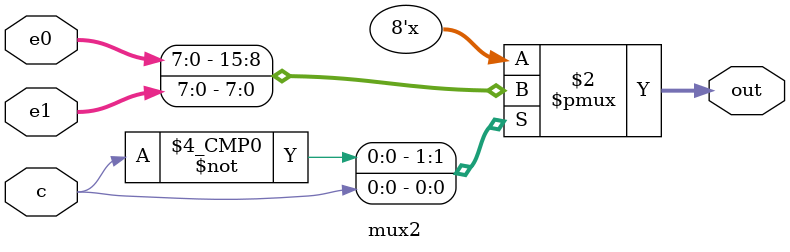
<source format=v>
module mux2 (
    e0,
    e1,
    c,
    out
);
  input [7:0] e0, e1;
  input c;
  output [7:0] out;

  wire [7:0] e0, e1;
  wire       c;
  reg  [7:0] out;

  always @(e0, e1, c) begin
    case (c)
      1'b0: out = e0;
      1'b1: out = e1;
    endcase
  end
endmodule

</source>
